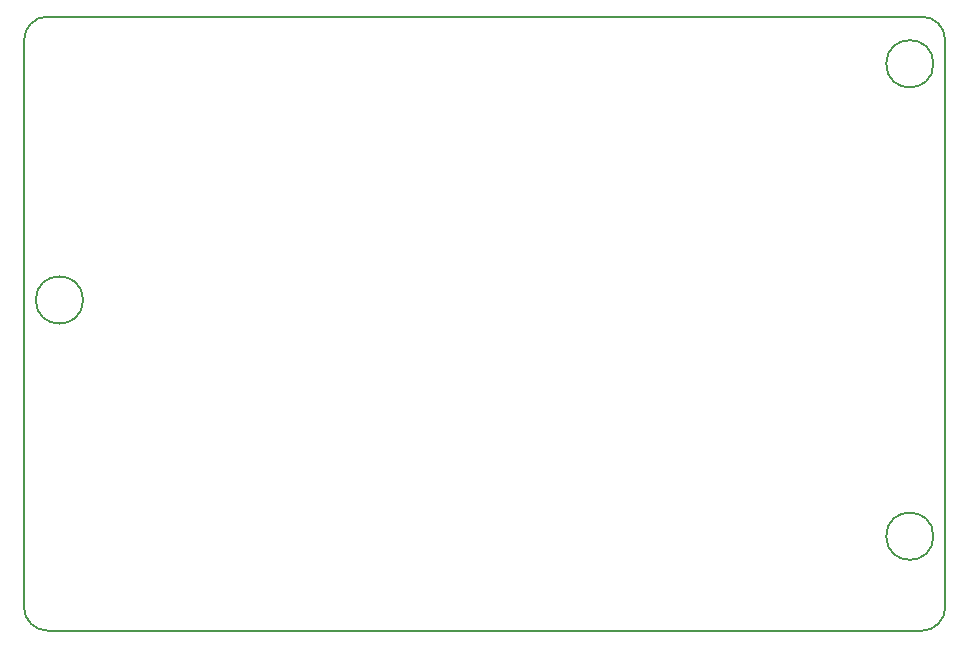
<source format=gm1>
G04 #@! TF.FileFunction,Profile,NP*
%FSLAX46Y46*%
G04 Gerber Fmt 4.6, Leading zero omitted, Abs format (unit mm)*
G04 Created by KiCad (PCBNEW 4.0.6) date 07/11/17 15:01:39*
%MOMM*%
%LPD*%
G01*
G04 APERTURE LIST*
%ADD10C,0.100000*%
%ADD11C,0.150000*%
G04 APERTURE END LIST*
D10*
D11*
X77000000Y-68000000D02*
X151000000Y-68000000D01*
X75000000Y-118000000D02*
X75000000Y-70000000D01*
X151000000Y-120000000D02*
X77000000Y-120000000D01*
X153000000Y-70000000D02*
X153000000Y-118000000D01*
X77000000Y-68000000D02*
G75*
G03X75000000Y-70000000I0J-2000000D01*
G01*
X75000000Y-118000000D02*
G75*
G03X77000000Y-120000000I2000000J0D01*
G01*
X151000000Y-120000000D02*
G75*
G03X153000000Y-118000000I0J2000000D01*
G01*
X153000000Y-70000000D02*
G75*
G03X151000000Y-68000000I-2000000J0D01*
G01*
X152000000Y-112000000D02*
G75*
G03X152000000Y-112000000I-2000000J0D01*
G01*
X80000000Y-92000000D02*
G75*
G03X80000000Y-92000000I-2000000J0D01*
G01*
X152000000Y-72000000D02*
G75*
G03X152000000Y-72000000I-2000000J0D01*
G01*
M02*

</source>
